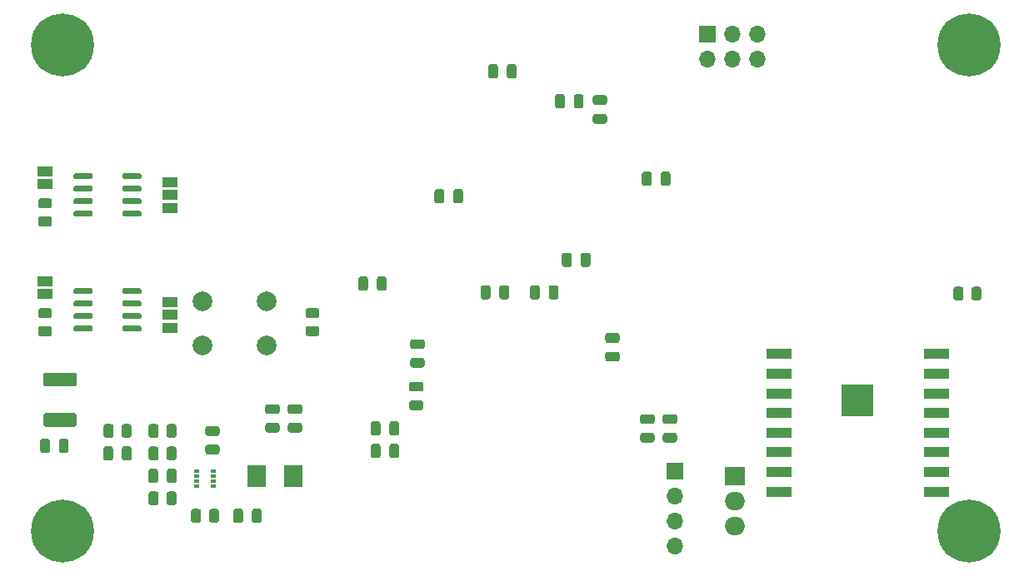
<source format=gbs>
G04 #@! TF.GenerationSoftware,KiCad,Pcbnew,(5.1.8)-1*
G04 #@! TF.CreationDate,2022-07-24T23:30:39+02:00*
G04 #@! TF.ProjectId,Dashboard,44617368-626f-4617-9264-2e6b69636164,rev?*
G04 #@! TF.SameCoordinates,Original*
G04 #@! TF.FileFunction,Soldermask,Bot*
G04 #@! TF.FilePolarity,Negative*
%FSLAX46Y46*%
G04 Gerber Fmt 4.6, Leading zero omitted, Abs format (unit mm)*
G04 Created by KiCad (PCBNEW (5.1.8)-1) date 2022-07-24 23:30:39*
%MOMM*%
%LPD*%
G01*
G04 APERTURE LIST*
%ADD10C,0.800000*%
%ADD11C,6.400000*%
%ADD12R,2.600000X1.100000*%
%ADD13R,3.200000X3.200000*%
%ADD14R,0.475000X0.300000*%
%ADD15R,1.854500X2.286000*%
%ADD16R,1.500000X1.000000*%
%ADD17O,2.000000X1.905000*%
%ADD18R,2.000000X1.905000*%
%ADD19R,1.700000X1.700000*%
%ADD20O,1.700000X1.700000*%
%ADD21C,2.000000*%
G04 APERTURE END LIST*
D10*
X90597056Y-125302944D03*
X88900000Y-124600000D03*
X87202944Y-125302944D03*
X86500000Y-127000000D03*
X87202944Y-128697056D03*
X88900000Y-129400000D03*
X90597056Y-128697056D03*
X91300000Y-127000000D03*
D11*
X88900000Y-127000000D03*
D10*
X182672056Y-125302944D03*
X180975000Y-124600000D03*
X179277944Y-125302944D03*
X178575000Y-127000000D03*
X179277944Y-128697056D03*
X180975000Y-129400000D03*
X182672056Y-128697056D03*
X183375000Y-127000000D03*
D11*
X180975000Y-127000000D03*
D10*
X182672056Y-75899944D03*
X180975000Y-75197000D03*
X179277944Y-75899944D03*
X178575000Y-77597000D03*
X179277944Y-79294056D03*
X180975000Y-79997000D03*
X182672056Y-79294056D03*
X183375000Y-77597000D03*
D11*
X180975000Y-77597000D03*
D10*
X90597056Y-75899944D03*
X88900000Y-75197000D03*
X87202944Y-75899944D03*
X86500000Y-77597000D03*
X87202944Y-79294056D03*
X88900000Y-79997000D03*
X90597056Y-79294056D03*
X91300000Y-77597000D03*
D11*
X88900000Y-77597000D03*
D12*
X177672000Y-109022000D03*
X177672000Y-111022000D03*
X177672000Y-113022000D03*
X177672000Y-115022000D03*
X177672000Y-117022000D03*
X177672000Y-119022000D03*
X177672000Y-121022000D03*
X177672000Y-123022000D03*
X161672000Y-123022000D03*
X161672000Y-121022000D03*
X161672000Y-119022000D03*
X161672000Y-117022000D03*
X161672000Y-115022000D03*
X161672000Y-113022000D03*
X161672000Y-111022000D03*
X161672000Y-109022000D03*
D13*
X169672000Y-113722000D03*
G36*
G01*
X90096001Y-112315000D02*
X87195999Y-112315000D01*
G75*
G02*
X86946000Y-112065001I0J249999D01*
G01*
X86946000Y-111164999D01*
G75*
G02*
X87195999Y-110915000I249999J0D01*
G01*
X90096001Y-110915000D01*
G75*
G02*
X90346000Y-111164999I0J-249999D01*
G01*
X90346000Y-112065001D01*
G75*
G02*
X90096001Y-112315000I-249999J0D01*
G01*
G37*
G36*
G01*
X90096001Y-116415000D02*
X87195999Y-116415000D01*
G75*
G02*
X86946000Y-116165001I0J249999D01*
G01*
X86946000Y-115264999D01*
G75*
G02*
X87195999Y-115015000I249999J0D01*
G01*
X90096001Y-115015000D01*
G75*
G02*
X90346000Y-115264999I0J-249999D01*
G01*
X90346000Y-116165001D01*
G75*
G02*
X90096001Y-116415000I-249999J0D01*
G01*
G37*
G36*
G01*
X113849999Y-106167500D02*
X114750001Y-106167500D01*
G75*
G02*
X115000000Y-106417499I0J-249999D01*
G01*
X115000000Y-106942501D01*
G75*
G02*
X114750001Y-107192500I-249999J0D01*
G01*
X113849999Y-107192500D01*
G75*
G02*
X113600000Y-106942501I0J249999D01*
G01*
X113600000Y-106417499D01*
G75*
G02*
X113849999Y-106167500I249999J0D01*
G01*
G37*
G36*
G01*
X113849999Y-104342500D02*
X114750001Y-104342500D01*
G75*
G02*
X115000000Y-104592499I0J-249999D01*
G01*
X115000000Y-105117501D01*
G75*
G02*
X114750001Y-105367500I-249999J0D01*
G01*
X113849999Y-105367500D01*
G75*
G02*
X113600000Y-105117501I0J249999D01*
G01*
X113600000Y-104592499D01*
G75*
G02*
X113849999Y-104342500I249999J0D01*
G01*
G37*
G36*
G01*
X147861000Y-117036000D02*
X148811000Y-117036000D01*
G75*
G02*
X149061000Y-117286000I0J-250000D01*
G01*
X149061000Y-117786000D01*
G75*
G02*
X148811000Y-118036000I-250000J0D01*
G01*
X147861000Y-118036000D01*
G75*
G02*
X147611000Y-117786000I0J250000D01*
G01*
X147611000Y-117286000D01*
G75*
G02*
X147861000Y-117036000I250000J0D01*
G01*
G37*
G36*
G01*
X147861000Y-115136000D02*
X148811000Y-115136000D01*
G75*
G02*
X149061000Y-115386000I0J-250000D01*
G01*
X149061000Y-115886000D01*
G75*
G02*
X148811000Y-116136000I-250000J0D01*
G01*
X147861000Y-116136000D01*
G75*
G02*
X147611000Y-115886000I0J250000D01*
G01*
X147611000Y-115386000D01*
G75*
G02*
X147861000Y-115136000I250000J0D01*
G01*
G37*
G36*
G01*
X121216000Y-118397000D02*
X121216000Y-119347000D01*
G75*
G02*
X120966000Y-119597000I-250000J0D01*
G01*
X120466000Y-119597000D01*
G75*
G02*
X120216000Y-119347000I0J250000D01*
G01*
X120216000Y-118397000D01*
G75*
G02*
X120466000Y-118147000I250000J0D01*
G01*
X120966000Y-118147000D01*
G75*
G02*
X121216000Y-118397000I0J-250000D01*
G01*
G37*
G36*
G01*
X123116000Y-118397000D02*
X123116000Y-119347000D01*
G75*
G02*
X122866000Y-119597000I-250000J0D01*
G01*
X122366000Y-119597000D01*
G75*
G02*
X122116000Y-119347000I0J250000D01*
G01*
X122116000Y-118397000D01*
G75*
G02*
X122366000Y-118147000I250000J0D01*
G01*
X122866000Y-118147000D01*
G75*
G02*
X123116000Y-118397000I0J-250000D01*
G01*
G37*
G36*
G01*
X150147000Y-117036000D02*
X151097000Y-117036000D01*
G75*
G02*
X151347000Y-117286000I0J-250000D01*
G01*
X151347000Y-117786000D01*
G75*
G02*
X151097000Y-118036000I-250000J0D01*
G01*
X150147000Y-118036000D01*
G75*
G02*
X149897000Y-117786000I0J250000D01*
G01*
X149897000Y-117286000D01*
G75*
G02*
X150147000Y-117036000I250000J0D01*
G01*
G37*
G36*
G01*
X150147000Y-115136000D02*
X151097000Y-115136000D01*
G75*
G02*
X151347000Y-115386000I0J-250000D01*
G01*
X151347000Y-115886000D01*
G75*
G02*
X151097000Y-116136000I-250000J0D01*
G01*
X150147000Y-116136000D01*
G75*
G02*
X149897000Y-115886000I0J250000D01*
G01*
X149897000Y-115386000D01*
G75*
G02*
X150147000Y-115136000I250000J0D01*
G01*
G37*
G36*
G01*
X121216000Y-116111000D02*
X121216000Y-117061000D01*
G75*
G02*
X120966000Y-117311000I-250000J0D01*
G01*
X120466000Y-117311000D01*
G75*
G02*
X120216000Y-117061000I0J250000D01*
G01*
X120216000Y-116111000D01*
G75*
G02*
X120466000Y-115861000I250000J0D01*
G01*
X120966000Y-115861000D01*
G75*
G02*
X121216000Y-116111000I0J-250000D01*
G01*
G37*
G36*
G01*
X123116000Y-116111000D02*
X123116000Y-117061000D01*
G75*
G02*
X122866000Y-117311000I-250000J0D01*
G01*
X122366000Y-117311000D01*
G75*
G02*
X122116000Y-117061000I0J250000D01*
G01*
X122116000Y-116111000D01*
G75*
G02*
X122366000Y-115861000I250000J0D01*
G01*
X122866000Y-115861000D01*
G75*
G02*
X123116000Y-116111000I0J-250000D01*
G01*
G37*
G36*
G01*
X139951000Y-82837000D02*
X139951000Y-83787000D01*
G75*
G02*
X139701000Y-84037000I-250000J0D01*
G01*
X139201000Y-84037000D01*
G75*
G02*
X138951000Y-83787000I0J250000D01*
G01*
X138951000Y-82837000D01*
G75*
G02*
X139201000Y-82587000I250000J0D01*
G01*
X139701000Y-82587000D01*
G75*
G02*
X139951000Y-82837000I0J-250000D01*
G01*
G37*
G36*
G01*
X141851000Y-82837000D02*
X141851000Y-83787000D01*
G75*
G02*
X141601000Y-84037000I-250000J0D01*
G01*
X141101000Y-84037000D01*
G75*
G02*
X140851000Y-83787000I0J250000D01*
G01*
X140851000Y-82837000D01*
G75*
G02*
X141101000Y-82587000I250000J0D01*
G01*
X141601000Y-82587000D01*
G75*
G02*
X141851000Y-82837000I0J-250000D01*
G01*
G37*
G36*
G01*
X88527000Y-118839000D02*
X88527000Y-117889000D01*
G75*
G02*
X88777000Y-117639000I250000J0D01*
G01*
X89277000Y-117639000D01*
G75*
G02*
X89527000Y-117889000I0J-250000D01*
G01*
X89527000Y-118839000D01*
G75*
G02*
X89277000Y-119089000I-250000J0D01*
G01*
X88777000Y-119089000D01*
G75*
G02*
X88527000Y-118839000I0J250000D01*
G01*
G37*
G36*
G01*
X86627000Y-118839000D02*
X86627000Y-117889000D01*
G75*
G02*
X86877000Y-117639000I250000J0D01*
G01*
X87377000Y-117639000D01*
G75*
G02*
X87627000Y-117889000I0J-250000D01*
G01*
X87627000Y-118839000D01*
G75*
G02*
X87377000Y-119089000I-250000J0D01*
G01*
X86877000Y-119089000D01*
G75*
G02*
X86627000Y-118839000I0J250000D01*
G01*
G37*
G36*
G01*
X144305000Y-108781000D02*
X145255000Y-108781000D01*
G75*
G02*
X145505000Y-109031000I0J-250000D01*
G01*
X145505000Y-109531000D01*
G75*
G02*
X145255000Y-109781000I-250000J0D01*
G01*
X144305000Y-109781000D01*
G75*
G02*
X144055000Y-109531000I0J250000D01*
G01*
X144055000Y-109031000D01*
G75*
G02*
X144305000Y-108781000I250000J0D01*
G01*
G37*
G36*
G01*
X144305000Y-106881000D02*
X145255000Y-106881000D01*
G75*
G02*
X145505000Y-107131000I0J-250000D01*
G01*
X145505000Y-107631000D01*
G75*
G02*
X145255000Y-107881000I-250000J0D01*
G01*
X144305000Y-107881000D01*
G75*
G02*
X144055000Y-107631000I0J250000D01*
G01*
X144055000Y-107131000D01*
G75*
G02*
X144305000Y-106881000I250000J0D01*
G01*
G37*
G36*
G01*
X124366000Y-113734000D02*
X125316000Y-113734000D01*
G75*
G02*
X125566000Y-113984000I0J-250000D01*
G01*
X125566000Y-114484000D01*
G75*
G02*
X125316000Y-114734000I-250000J0D01*
G01*
X124366000Y-114734000D01*
G75*
G02*
X124116000Y-114484000I0J250000D01*
G01*
X124116000Y-113984000D01*
G75*
G02*
X124366000Y-113734000I250000J0D01*
G01*
G37*
G36*
G01*
X124366000Y-111834000D02*
X125316000Y-111834000D01*
G75*
G02*
X125566000Y-112084000I0J-250000D01*
G01*
X125566000Y-112584000D01*
G75*
G02*
X125316000Y-112834000I-250000J0D01*
G01*
X124366000Y-112834000D01*
G75*
G02*
X124116000Y-112584000I0J250000D01*
G01*
X124116000Y-112084000D01*
G75*
G02*
X124366000Y-111834000I250000J0D01*
G01*
G37*
G36*
G01*
X149675000Y-91661000D02*
X149675000Y-90711000D01*
G75*
G02*
X149925000Y-90461000I250000J0D01*
G01*
X150425000Y-90461000D01*
G75*
G02*
X150675000Y-90711000I0J-250000D01*
G01*
X150675000Y-91661000D01*
G75*
G02*
X150425000Y-91911000I-250000J0D01*
G01*
X149925000Y-91911000D01*
G75*
G02*
X149675000Y-91661000I0J250000D01*
G01*
G37*
G36*
G01*
X147775000Y-91661000D02*
X147775000Y-90711000D01*
G75*
G02*
X148025000Y-90461000I250000J0D01*
G01*
X148525000Y-90461000D01*
G75*
G02*
X148775000Y-90711000I0J-250000D01*
G01*
X148775000Y-91661000D01*
G75*
G02*
X148525000Y-91911000I-250000J0D01*
G01*
X148025000Y-91911000D01*
G75*
G02*
X147775000Y-91661000I0J250000D01*
G01*
G37*
G36*
G01*
X125443000Y-108516000D02*
X124493000Y-108516000D01*
G75*
G02*
X124243000Y-108266000I0J250000D01*
G01*
X124243000Y-107766000D01*
G75*
G02*
X124493000Y-107516000I250000J0D01*
G01*
X125443000Y-107516000D01*
G75*
G02*
X125693000Y-107766000I0J-250000D01*
G01*
X125693000Y-108266000D01*
G75*
G02*
X125443000Y-108516000I-250000J0D01*
G01*
G37*
G36*
G01*
X125443000Y-110416000D02*
X124493000Y-110416000D01*
G75*
G02*
X124243000Y-110166000I0J250000D01*
G01*
X124243000Y-109666000D01*
G75*
G02*
X124493000Y-109416000I250000J0D01*
G01*
X125443000Y-109416000D01*
G75*
G02*
X125693000Y-109666000I0J-250000D01*
G01*
X125693000Y-110166000D01*
G75*
G02*
X125443000Y-110416000I-250000J0D01*
G01*
G37*
G36*
G01*
X140647000Y-98966000D02*
X140647000Y-99916000D01*
G75*
G02*
X140397000Y-100166000I-250000J0D01*
G01*
X139897000Y-100166000D01*
G75*
G02*
X139647000Y-99916000I0J250000D01*
G01*
X139647000Y-98966000D01*
G75*
G02*
X139897000Y-98716000I250000J0D01*
G01*
X140397000Y-98716000D01*
G75*
G02*
X140647000Y-98966000I0J-250000D01*
G01*
G37*
G36*
G01*
X142547000Y-98966000D02*
X142547000Y-99916000D01*
G75*
G02*
X142297000Y-100166000I-250000J0D01*
G01*
X141797000Y-100166000D01*
G75*
G02*
X141547000Y-99916000I0J250000D01*
G01*
X141547000Y-98966000D01*
G75*
G02*
X141797000Y-98716000I250000J0D01*
G01*
X142297000Y-98716000D01*
G75*
G02*
X142547000Y-98966000I0J-250000D01*
G01*
G37*
G36*
G01*
X143035000Y-84585000D02*
X143985000Y-84585000D01*
G75*
G02*
X144235000Y-84835000I0J-250000D01*
G01*
X144235000Y-85335000D01*
G75*
G02*
X143985000Y-85585000I-250000J0D01*
G01*
X143035000Y-85585000D01*
G75*
G02*
X142785000Y-85335000I0J250000D01*
G01*
X142785000Y-84835000D01*
G75*
G02*
X143035000Y-84585000I250000J0D01*
G01*
G37*
G36*
G01*
X143035000Y-82685000D02*
X143985000Y-82685000D01*
G75*
G02*
X144235000Y-82935000I0J-250000D01*
G01*
X144235000Y-83435000D01*
G75*
G02*
X143985000Y-83685000I-250000J0D01*
G01*
X143035000Y-83685000D01*
G75*
G02*
X142785000Y-83435000I0J250000D01*
G01*
X142785000Y-82935000D01*
G75*
G02*
X143035000Y-82685000I250000J0D01*
G01*
G37*
G36*
G01*
X128593000Y-93439000D02*
X128593000Y-92489000D01*
G75*
G02*
X128843000Y-92239000I250000J0D01*
G01*
X129343000Y-92239000D01*
G75*
G02*
X129593000Y-92489000I0J-250000D01*
G01*
X129593000Y-93439000D01*
G75*
G02*
X129343000Y-93689000I-250000J0D01*
G01*
X128843000Y-93689000D01*
G75*
G02*
X128593000Y-93439000I0J250000D01*
G01*
G37*
G36*
G01*
X126693000Y-93439000D02*
X126693000Y-92489000D01*
G75*
G02*
X126943000Y-92239000I250000J0D01*
G01*
X127443000Y-92239000D01*
G75*
G02*
X127693000Y-92489000I0J-250000D01*
G01*
X127693000Y-93439000D01*
G75*
G02*
X127443000Y-93689000I-250000J0D01*
G01*
X126943000Y-93689000D01*
G75*
G02*
X126693000Y-93439000I0J250000D01*
G01*
G37*
G36*
G01*
X132392000Y-102268000D02*
X132392000Y-103218000D01*
G75*
G02*
X132142000Y-103468000I-250000J0D01*
G01*
X131642000Y-103468000D01*
G75*
G02*
X131392000Y-103218000I0J250000D01*
G01*
X131392000Y-102268000D01*
G75*
G02*
X131642000Y-102018000I250000J0D01*
G01*
X132142000Y-102018000D01*
G75*
G02*
X132392000Y-102268000I0J-250000D01*
G01*
G37*
G36*
G01*
X134292000Y-102268000D02*
X134292000Y-103218000D01*
G75*
G02*
X134042000Y-103468000I-250000J0D01*
G01*
X133542000Y-103468000D01*
G75*
G02*
X133292000Y-103218000I0J250000D01*
G01*
X133292000Y-102268000D01*
G75*
G02*
X133542000Y-102018000I250000J0D01*
G01*
X134042000Y-102018000D01*
G75*
G02*
X134292000Y-102268000I0J-250000D01*
G01*
G37*
G36*
G01*
X119946000Y-101379000D02*
X119946000Y-102329000D01*
G75*
G02*
X119696000Y-102579000I-250000J0D01*
G01*
X119196000Y-102579000D01*
G75*
G02*
X118946000Y-102329000I0J250000D01*
G01*
X118946000Y-101379000D01*
G75*
G02*
X119196000Y-101129000I250000J0D01*
G01*
X119696000Y-101129000D01*
G75*
G02*
X119946000Y-101379000I0J-250000D01*
G01*
G37*
G36*
G01*
X121846000Y-101379000D02*
X121846000Y-102329000D01*
G75*
G02*
X121596000Y-102579000I-250000J0D01*
G01*
X121096000Y-102579000D01*
G75*
G02*
X120846000Y-102329000I0J250000D01*
G01*
X120846000Y-101379000D01*
G75*
G02*
X121096000Y-101129000I250000J0D01*
G01*
X121596000Y-101129000D01*
G75*
G02*
X121846000Y-101379000I0J-250000D01*
G01*
G37*
G36*
G01*
X134054000Y-80739000D02*
X134054000Y-79789000D01*
G75*
G02*
X134304000Y-79539000I250000J0D01*
G01*
X134804000Y-79539000D01*
G75*
G02*
X135054000Y-79789000I0J-250000D01*
G01*
X135054000Y-80739000D01*
G75*
G02*
X134804000Y-80989000I-250000J0D01*
G01*
X134304000Y-80989000D01*
G75*
G02*
X134054000Y-80739000I0J250000D01*
G01*
G37*
G36*
G01*
X132154000Y-80739000D02*
X132154000Y-79789000D01*
G75*
G02*
X132404000Y-79539000I250000J0D01*
G01*
X132904000Y-79539000D01*
G75*
G02*
X133154000Y-79789000I0J-250000D01*
G01*
X133154000Y-80739000D01*
G75*
G02*
X132904000Y-80989000I-250000J0D01*
G01*
X132404000Y-80989000D01*
G75*
G02*
X132154000Y-80739000I0J250000D01*
G01*
G37*
G36*
G01*
X137406000Y-102268000D02*
X137406000Y-103218000D01*
G75*
G02*
X137156000Y-103468000I-250000J0D01*
G01*
X136656000Y-103468000D01*
G75*
G02*
X136406000Y-103218000I0J250000D01*
G01*
X136406000Y-102268000D01*
G75*
G02*
X136656000Y-102018000I250000J0D01*
G01*
X137156000Y-102018000D01*
G75*
G02*
X137406000Y-102268000I0J-250000D01*
G01*
G37*
G36*
G01*
X139306000Y-102268000D02*
X139306000Y-103218000D01*
G75*
G02*
X139056000Y-103468000I-250000J0D01*
G01*
X138556000Y-103468000D01*
G75*
G02*
X138306000Y-103218000I0J250000D01*
G01*
X138306000Y-102268000D01*
G75*
G02*
X138556000Y-102018000I250000J0D01*
G01*
X139056000Y-102018000D01*
G75*
G02*
X139306000Y-102268000I0J-250000D01*
G01*
G37*
D14*
X102540000Y-120916000D03*
X102540000Y-121416000D03*
X102540000Y-121916000D03*
X102540000Y-122416000D03*
X104216000Y-122416000D03*
X104216000Y-121916000D03*
X104216000Y-121416000D03*
X104216000Y-120916000D03*
G36*
G01*
X94088000Y-116389999D02*
X94088000Y-117290001D01*
G75*
G02*
X93838001Y-117540000I-249999J0D01*
G01*
X93312999Y-117540000D01*
G75*
G02*
X93063000Y-117290001I0J249999D01*
G01*
X93063000Y-116389999D01*
G75*
G02*
X93312999Y-116140000I249999J0D01*
G01*
X93838001Y-116140000D01*
G75*
G02*
X94088000Y-116389999I0J-249999D01*
G01*
G37*
G36*
G01*
X95913000Y-116389999D02*
X95913000Y-117290001D01*
G75*
G02*
X95663001Y-117540000I-249999J0D01*
G01*
X95137999Y-117540000D01*
G75*
G02*
X94888000Y-117290001I0J249999D01*
G01*
X94888000Y-116389999D01*
G75*
G02*
X95137999Y-116140000I249999J0D01*
G01*
X95663001Y-116140000D01*
G75*
G02*
X95913000Y-116389999I0J-249999D01*
G01*
G37*
G36*
G01*
X99460000Y-117290001D02*
X99460000Y-116389999D01*
G75*
G02*
X99709999Y-116140000I249999J0D01*
G01*
X100235001Y-116140000D01*
G75*
G02*
X100485000Y-116389999I0J-249999D01*
G01*
X100485000Y-117290001D01*
G75*
G02*
X100235001Y-117540000I-249999J0D01*
G01*
X99709999Y-117540000D01*
G75*
G02*
X99460000Y-117290001I0J249999D01*
G01*
G37*
G36*
G01*
X97635000Y-117290001D02*
X97635000Y-116389999D01*
G75*
G02*
X97884999Y-116140000I249999J0D01*
G01*
X98410001Y-116140000D01*
G75*
G02*
X98660000Y-116389999I0J-249999D01*
G01*
X98660000Y-117290001D01*
G75*
G02*
X98410001Y-117540000I-249999J0D01*
G01*
X97884999Y-117540000D01*
G75*
G02*
X97635000Y-117290001I0J249999D01*
G01*
G37*
G36*
G01*
X99460000Y-119576001D02*
X99460000Y-118675999D01*
G75*
G02*
X99709999Y-118426000I249999J0D01*
G01*
X100235001Y-118426000D01*
G75*
G02*
X100485000Y-118675999I0J-249999D01*
G01*
X100485000Y-119576001D01*
G75*
G02*
X100235001Y-119826000I-249999J0D01*
G01*
X99709999Y-119826000D01*
G75*
G02*
X99460000Y-119576001I0J249999D01*
G01*
G37*
G36*
G01*
X97635000Y-119576001D02*
X97635000Y-118675999D01*
G75*
G02*
X97884999Y-118426000I249999J0D01*
G01*
X98410001Y-118426000D01*
G75*
G02*
X98660000Y-118675999I0J-249999D01*
G01*
X98660000Y-119576001D01*
G75*
G02*
X98410001Y-119826000I-249999J0D01*
G01*
X97884999Y-119826000D01*
G75*
G02*
X97635000Y-119576001I0J249999D01*
G01*
G37*
G36*
G01*
X102978000Y-125025999D02*
X102978000Y-125926001D01*
G75*
G02*
X102728001Y-126176000I-249999J0D01*
G01*
X102202999Y-126176000D01*
G75*
G02*
X101953000Y-125926001I0J249999D01*
G01*
X101953000Y-125025999D01*
G75*
G02*
X102202999Y-124776000I249999J0D01*
G01*
X102728001Y-124776000D01*
G75*
G02*
X102978000Y-125025999I0J-249999D01*
G01*
G37*
G36*
G01*
X104803000Y-125025999D02*
X104803000Y-125926001D01*
G75*
G02*
X104553001Y-126176000I-249999J0D01*
G01*
X104027999Y-126176000D01*
G75*
G02*
X103778000Y-125926001I0J249999D01*
G01*
X103778000Y-125025999D01*
G75*
G02*
X104027999Y-124776000I249999J0D01*
G01*
X104553001Y-124776000D01*
G75*
G02*
X104803000Y-125025999I0J-249999D01*
G01*
G37*
G36*
G01*
X99460000Y-124148001D02*
X99460000Y-123247999D01*
G75*
G02*
X99709999Y-122998000I249999J0D01*
G01*
X100235001Y-122998000D01*
G75*
G02*
X100485000Y-123247999I0J-249999D01*
G01*
X100485000Y-124148001D01*
G75*
G02*
X100235001Y-124398000I-249999J0D01*
G01*
X99709999Y-124398000D01*
G75*
G02*
X99460000Y-124148001I0J249999D01*
G01*
G37*
G36*
G01*
X97635000Y-124148001D02*
X97635000Y-123247999D01*
G75*
G02*
X97884999Y-122998000I249999J0D01*
G01*
X98410001Y-122998000D01*
G75*
G02*
X98660000Y-123247999I0J-249999D01*
G01*
X98660000Y-124148001D01*
G75*
G02*
X98410001Y-124398000I-249999J0D01*
G01*
X97884999Y-124398000D01*
G75*
G02*
X97635000Y-124148001I0J249999D01*
G01*
G37*
D15*
X112382250Y-121412000D03*
X108597750Y-121412000D03*
G36*
G01*
X109761000Y-116020000D02*
X110711000Y-116020000D01*
G75*
G02*
X110961000Y-116270000I0J-250000D01*
G01*
X110961000Y-116770000D01*
G75*
G02*
X110711000Y-117020000I-250000J0D01*
G01*
X109761000Y-117020000D01*
G75*
G02*
X109511000Y-116770000I0J250000D01*
G01*
X109511000Y-116270000D01*
G75*
G02*
X109761000Y-116020000I250000J0D01*
G01*
G37*
G36*
G01*
X109761000Y-114120000D02*
X110711000Y-114120000D01*
G75*
G02*
X110961000Y-114370000I0J-250000D01*
G01*
X110961000Y-114870000D01*
G75*
G02*
X110711000Y-115120000I-250000J0D01*
G01*
X109761000Y-115120000D01*
G75*
G02*
X109511000Y-114870000I0J250000D01*
G01*
X109511000Y-114370000D01*
G75*
G02*
X109761000Y-114120000I250000J0D01*
G01*
G37*
G36*
G01*
X112047000Y-116020000D02*
X112997000Y-116020000D01*
G75*
G02*
X113247000Y-116270000I0J-250000D01*
G01*
X113247000Y-116770000D01*
G75*
G02*
X112997000Y-117020000I-250000J0D01*
G01*
X112047000Y-117020000D01*
G75*
G02*
X111797000Y-116770000I0J250000D01*
G01*
X111797000Y-116270000D01*
G75*
G02*
X112047000Y-116020000I250000J0D01*
G01*
G37*
G36*
G01*
X112047000Y-114120000D02*
X112997000Y-114120000D01*
G75*
G02*
X113247000Y-114370000I0J-250000D01*
G01*
X113247000Y-114870000D01*
G75*
G02*
X112997000Y-115120000I-250000J0D01*
G01*
X112047000Y-115120000D01*
G75*
G02*
X111797000Y-114870000I0J250000D01*
G01*
X111797000Y-114370000D01*
G75*
G02*
X112047000Y-114120000I250000J0D01*
G01*
G37*
G36*
G01*
X94038000Y-118651000D02*
X94038000Y-119601000D01*
G75*
G02*
X93788000Y-119851000I-250000J0D01*
G01*
X93288000Y-119851000D01*
G75*
G02*
X93038000Y-119601000I0J250000D01*
G01*
X93038000Y-118651000D01*
G75*
G02*
X93288000Y-118401000I250000J0D01*
G01*
X93788000Y-118401000D01*
G75*
G02*
X94038000Y-118651000I0J-250000D01*
G01*
G37*
G36*
G01*
X95938000Y-118651000D02*
X95938000Y-119601000D01*
G75*
G02*
X95688000Y-119851000I-250000J0D01*
G01*
X95188000Y-119851000D01*
G75*
G02*
X94938000Y-119601000I0J250000D01*
G01*
X94938000Y-118651000D01*
G75*
G02*
X95188000Y-118401000I250000J0D01*
G01*
X95688000Y-118401000D01*
G75*
G02*
X95938000Y-118651000I0J-250000D01*
G01*
G37*
G36*
G01*
X108146000Y-125951000D02*
X108146000Y-125001000D01*
G75*
G02*
X108396000Y-124751000I250000J0D01*
G01*
X108896000Y-124751000D01*
G75*
G02*
X109146000Y-125001000I0J-250000D01*
G01*
X109146000Y-125951000D01*
G75*
G02*
X108896000Y-126201000I-250000J0D01*
G01*
X108396000Y-126201000D01*
G75*
G02*
X108146000Y-125951000I0J250000D01*
G01*
G37*
G36*
G01*
X106246000Y-125951000D02*
X106246000Y-125001000D01*
G75*
G02*
X106496000Y-124751000I250000J0D01*
G01*
X106996000Y-124751000D01*
G75*
G02*
X107246000Y-125001000I0J-250000D01*
G01*
X107246000Y-125951000D01*
G75*
G02*
X106996000Y-126201000I-250000J0D01*
G01*
X106496000Y-126201000D01*
G75*
G02*
X106246000Y-125951000I0J250000D01*
G01*
G37*
G36*
G01*
X99510000Y-121887000D02*
X99510000Y-120937000D01*
G75*
G02*
X99760000Y-120687000I250000J0D01*
G01*
X100260000Y-120687000D01*
G75*
G02*
X100510000Y-120937000I0J-250000D01*
G01*
X100510000Y-121887000D01*
G75*
G02*
X100260000Y-122137000I-250000J0D01*
G01*
X99760000Y-122137000D01*
G75*
G02*
X99510000Y-121887000I0J250000D01*
G01*
G37*
G36*
G01*
X97610000Y-121887000D02*
X97610000Y-120937000D01*
G75*
G02*
X97860000Y-120687000I250000J0D01*
G01*
X98360000Y-120687000D01*
G75*
G02*
X98610000Y-120937000I0J-250000D01*
G01*
X98610000Y-121887000D01*
G75*
G02*
X98360000Y-122137000I-250000J0D01*
G01*
X97860000Y-122137000D01*
G75*
G02*
X97610000Y-121887000I0J250000D01*
G01*
G37*
G36*
G01*
X103665000Y-118240000D02*
X104615000Y-118240000D01*
G75*
G02*
X104865000Y-118490000I0J-250000D01*
G01*
X104865000Y-118990000D01*
G75*
G02*
X104615000Y-119240000I-250000J0D01*
G01*
X103665000Y-119240000D01*
G75*
G02*
X103415000Y-118990000I0J250000D01*
G01*
X103415000Y-118490000D01*
G75*
G02*
X103665000Y-118240000I250000J0D01*
G01*
G37*
G36*
G01*
X103665000Y-116340000D02*
X104615000Y-116340000D01*
G75*
G02*
X104865000Y-116590000I0J-250000D01*
G01*
X104865000Y-117090000D01*
G75*
G02*
X104615000Y-117340000I-250000J0D01*
G01*
X103665000Y-117340000D01*
G75*
G02*
X103415000Y-117090000I0J250000D01*
G01*
X103415000Y-116590000D01*
G75*
G02*
X103665000Y-116340000I250000J0D01*
G01*
G37*
D16*
X87122000Y-102885000D03*
X87122000Y-101585000D03*
X87122000Y-91709000D03*
X87122000Y-90409000D03*
G36*
G01*
X91972000Y-102466000D02*
X91972000Y-102766000D01*
G75*
G02*
X91822000Y-102916000I-150000J0D01*
G01*
X90172000Y-102916000D01*
G75*
G02*
X90022000Y-102766000I0J150000D01*
G01*
X90022000Y-102466000D01*
G75*
G02*
X90172000Y-102316000I150000J0D01*
G01*
X91822000Y-102316000D01*
G75*
G02*
X91972000Y-102466000I0J-150000D01*
G01*
G37*
G36*
G01*
X91972000Y-103736000D02*
X91972000Y-104036000D01*
G75*
G02*
X91822000Y-104186000I-150000J0D01*
G01*
X90172000Y-104186000D01*
G75*
G02*
X90022000Y-104036000I0J150000D01*
G01*
X90022000Y-103736000D01*
G75*
G02*
X90172000Y-103586000I150000J0D01*
G01*
X91822000Y-103586000D01*
G75*
G02*
X91972000Y-103736000I0J-150000D01*
G01*
G37*
G36*
G01*
X91972000Y-105006000D02*
X91972000Y-105306000D01*
G75*
G02*
X91822000Y-105456000I-150000J0D01*
G01*
X90172000Y-105456000D01*
G75*
G02*
X90022000Y-105306000I0J150000D01*
G01*
X90022000Y-105006000D01*
G75*
G02*
X90172000Y-104856000I150000J0D01*
G01*
X91822000Y-104856000D01*
G75*
G02*
X91972000Y-105006000I0J-150000D01*
G01*
G37*
G36*
G01*
X91972000Y-106276000D02*
X91972000Y-106576000D01*
G75*
G02*
X91822000Y-106726000I-150000J0D01*
G01*
X90172000Y-106726000D01*
G75*
G02*
X90022000Y-106576000I0J150000D01*
G01*
X90022000Y-106276000D01*
G75*
G02*
X90172000Y-106126000I150000J0D01*
G01*
X91822000Y-106126000D01*
G75*
G02*
X91972000Y-106276000I0J-150000D01*
G01*
G37*
G36*
G01*
X96922000Y-106276000D02*
X96922000Y-106576000D01*
G75*
G02*
X96772000Y-106726000I-150000J0D01*
G01*
X95122000Y-106726000D01*
G75*
G02*
X94972000Y-106576000I0J150000D01*
G01*
X94972000Y-106276000D01*
G75*
G02*
X95122000Y-106126000I150000J0D01*
G01*
X96772000Y-106126000D01*
G75*
G02*
X96922000Y-106276000I0J-150000D01*
G01*
G37*
G36*
G01*
X96922000Y-105006000D02*
X96922000Y-105306000D01*
G75*
G02*
X96772000Y-105456000I-150000J0D01*
G01*
X95122000Y-105456000D01*
G75*
G02*
X94972000Y-105306000I0J150000D01*
G01*
X94972000Y-105006000D01*
G75*
G02*
X95122000Y-104856000I150000J0D01*
G01*
X96772000Y-104856000D01*
G75*
G02*
X96922000Y-105006000I0J-150000D01*
G01*
G37*
G36*
G01*
X96922000Y-103736000D02*
X96922000Y-104036000D01*
G75*
G02*
X96772000Y-104186000I-150000J0D01*
G01*
X95122000Y-104186000D01*
G75*
G02*
X94972000Y-104036000I0J150000D01*
G01*
X94972000Y-103736000D01*
G75*
G02*
X95122000Y-103586000I150000J0D01*
G01*
X96772000Y-103586000D01*
G75*
G02*
X96922000Y-103736000I0J-150000D01*
G01*
G37*
G36*
G01*
X96922000Y-102466000D02*
X96922000Y-102766000D01*
G75*
G02*
X96772000Y-102916000I-150000J0D01*
G01*
X95122000Y-102916000D01*
G75*
G02*
X94972000Y-102766000I0J150000D01*
G01*
X94972000Y-102466000D01*
G75*
G02*
X95122000Y-102316000I150000J0D01*
G01*
X96772000Y-102316000D01*
G75*
G02*
X96922000Y-102466000I0J-150000D01*
G01*
G37*
G36*
G01*
X91972000Y-90782000D02*
X91972000Y-91082000D01*
G75*
G02*
X91822000Y-91232000I-150000J0D01*
G01*
X90172000Y-91232000D01*
G75*
G02*
X90022000Y-91082000I0J150000D01*
G01*
X90022000Y-90782000D01*
G75*
G02*
X90172000Y-90632000I150000J0D01*
G01*
X91822000Y-90632000D01*
G75*
G02*
X91972000Y-90782000I0J-150000D01*
G01*
G37*
G36*
G01*
X91972000Y-92052000D02*
X91972000Y-92352000D01*
G75*
G02*
X91822000Y-92502000I-150000J0D01*
G01*
X90172000Y-92502000D01*
G75*
G02*
X90022000Y-92352000I0J150000D01*
G01*
X90022000Y-92052000D01*
G75*
G02*
X90172000Y-91902000I150000J0D01*
G01*
X91822000Y-91902000D01*
G75*
G02*
X91972000Y-92052000I0J-150000D01*
G01*
G37*
G36*
G01*
X91972000Y-93322000D02*
X91972000Y-93622000D01*
G75*
G02*
X91822000Y-93772000I-150000J0D01*
G01*
X90172000Y-93772000D01*
G75*
G02*
X90022000Y-93622000I0J150000D01*
G01*
X90022000Y-93322000D01*
G75*
G02*
X90172000Y-93172000I150000J0D01*
G01*
X91822000Y-93172000D01*
G75*
G02*
X91972000Y-93322000I0J-150000D01*
G01*
G37*
G36*
G01*
X91972000Y-94592000D02*
X91972000Y-94892000D01*
G75*
G02*
X91822000Y-95042000I-150000J0D01*
G01*
X90172000Y-95042000D01*
G75*
G02*
X90022000Y-94892000I0J150000D01*
G01*
X90022000Y-94592000D01*
G75*
G02*
X90172000Y-94442000I150000J0D01*
G01*
X91822000Y-94442000D01*
G75*
G02*
X91972000Y-94592000I0J-150000D01*
G01*
G37*
G36*
G01*
X96922000Y-94592000D02*
X96922000Y-94892000D01*
G75*
G02*
X96772000Y-95042000I-150000J0D01*
G01*
X95122000Y-95042000D01*
G75*
G02*
X94972000Y-94892000I0J150000D01*
G01*
X94972000Y-94592000D01*
G75*
G02*
X95122000Y-94442000I150000J0D01*
G01*
X96772000Y-94442000D01*
G75*
G02*
X96922000Y-94592000I0J-150000D01*
G01*
G37*
G36*
G01*
X96922000Y-93322000D02*
X96922000Y-93622000D01*
G75*
G02*
X96772000Y-93772000I-150000J0D01*
G01*
X95122000Y-93772000D01*
G75*
G02*
X94972000Y-93622000I0J150000D01*
G01*
X94972000Y-93322000D01*
G75*
G02*
X95122000Y-93172000I150000J0D01*
G01*
X96772000Y-93172000D01*
G75*
G02*
X96922000Y-93322000I0J-150000D01*
G01*
G37*
G36*
G01*
X96922000Y-92052000D02*
X96922000Y-92352000D01*
G75*
G02*
X96772000Y-92502000I-150000J0D01*
G01*
X95122000Y-92502000D01*
G75*
G02*
X94972000Y-92352000I0J150000D01*
G01*
X94972000Y-92052000D01*
G75*
G02*
X95122000Y-91902000I150000J0D01*
G01*
X96772000Y-91902000D01*
G75*
G02*
X96922000Y-92052000I0J-150000D01*
G01*
G37*
G36*
G01*
X96922000Y-90782000D02*
X96922000Y-91082000D01*
G75*
G02*
X96772000Y-91232000I-150000J0D01*
G01*
X95122000Y-91232000D01*
G75*
G02*
X94972000Y-91082000I0J150000D01*
G01*
X94972000Y-90782000D01*
G75*
G02*
X95122000Y-90632000I150000J0D01*
G01*
X96772000Y-90632000D01*
G75*
G02*
X96922000Y-90782000I0J-150000D01*
G01*
G37*
D17*
X157226000Y-126492000D03*
X157226000Y-123952000D03*
D18*
X157226000Y-121412000D03*
D19*
X151130000Y-120904000D03*
D20*
X151130000Y-123444000D03*
X151130000Y-125984000D03*
X151130000Y-128524000D03*
G36*
G01*
X180448000Y-102419999D02*
X180448000Y-103320001D01*
G75*
G02*
X180198001Y-103570000I-249999J0D01*
G01*
X179672999Y-103570000D01*
G75*
G02*
X179423000Y-103320001I0J249999D01*
G01*
X179423000Y-102419999D01*
G75*
G02*
X179672999Y-102170000I249999J0D01*
G01*
X180198001Y-102170000D01*
G75*
G02*
X180448000Y-102419999I0J-249999D01*
G01*
G37*
G36*
G01*
X182273000Y-102419999D02*
X182273000Y-103320001D01*
G75*
G02*
X182023001Y-103570000I-249999J0D01*
G01*
X181497999Y-103570000D01*
G75*
G02*
X181248000Y-103320001I0J249999D01*
G01*
X181248000Y-102419999D01*
G75*
G02*
X181497999Y-102170000I249999J0D01*
G01*
X182023001Y-102170000D01*
G75*
G02*
X182273000Y-102419999I0J-249999D01*
G01*
G37*
D19*
X154432000Y-76454000D03*
D20*
X154432000Y-78994000D03*
X156972000Y-76454000D03*
X156972000Y-78994000D03*
X159512000Y-76454000D03*
X159512000Y-78994000D03*
D16*
X99822000Y-91537000D03*
X99822000Y-92837000D03*
X99822000Y-94137000D03*
X99822000Y-106329000D03*
X99822000Y-105029000D03*
X99822000Y-103729000D03*
G36*
G01*
X86671999Y-93190000D02*
X87572001Y-93190000D01*
G75*
G02*
X87822000Y-93439999I0J-249999D01*
G01*
X87822000Y-93965001D01*
G75*
G02*
X87572001Y-94215000I-249999J0D01*
G01*
X86671999Y-94215000D01*
G75*
G02*
X86422000Y-93965001I0J249999D01*
G01*
X86422000Y-93439999D01*
G75*
G02*
X86671999Y-93190000I249999J0D01*
G01*
G37*
G36*
G01*
X86671999Y-95015000D02*
X87572001Y-95015000D01*
G75*
G02*
X87822000Y-95264999I0J-249999D01*
G01*
X87822000Y-95790001D01*
G75*
G02*
X87572001Y-96040000I-249999J0D01*
G01*
X86671999Y-96040000D01*
G75*
G02*
X86422000Y-95790001I0J249999D01*
G01*
X86422000Y-95264999D01*
G75*
G02*
X86671999Y-95015000I249999J0D01*
G01*
G37*
G36*
G01*
X86671999Y-106191000D02*
X87572001Y-106191000D01*
G75*
G02*
X87822000Y-106440999I0J-249999D01*
G01*
X87822000Y-106966001D01*
G75*
G02*
X87572001Y-107216000I-249999J0D01*
G01*
X86671999Y-107216000D01*
G75*
G02*
X86422000Y-106966001I0J249999D01*
G01*
X86422000Y-106440999D01*
G75*
G02*
X86671999Y-106191000I249999J0D01*
G01*
G37*
G36*
G01*
X86671999Y-104366000D02*
X87572001Y-104366000D01*
G75*
G02*
X87822000Y-104615999I0J-249999D01*
G01*
X87822000Y-105141001D01*
G75*
G02*
X87572001Y-105391000I-249999J0D01*
G01*
X86671999Y-105391000D01*
G75*
G02*
X86422000Y-105141001I0J249999D01*
G01*
X86422000Y-104615999D01*
G75*
G02*
X86671999Y-104366000I249999J0D01*
G01*
G37*
D21*
X103124000Y-108132000D03*
X103124000Y-103632000D03*
X109624000Y-108132000D03*
X109624000Y-103632000D03*
M02*

</source>
